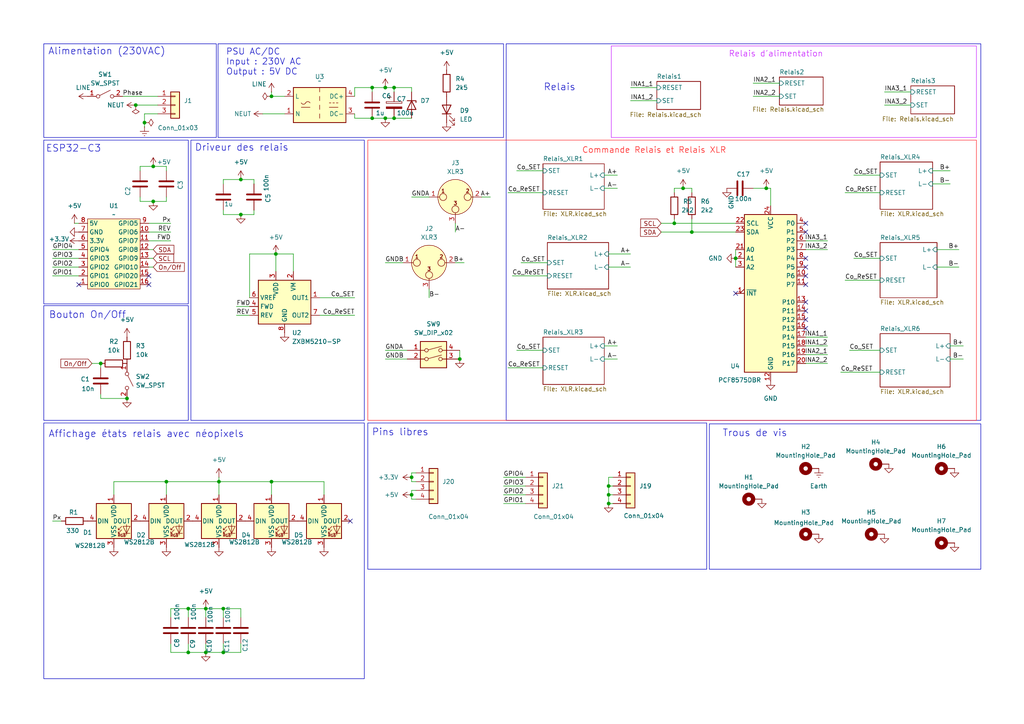
<source format=kicad_sch>
(kicad_sch (version 20250114) (generator "eeschema") (generator_version "9.0")
  (paper "A4")
  (rectangle (start 205.74 122.936) (end 284.48 165.1))
  (rectangle (start 12.7 40.64) (end 54.61 88.138))
  (rectangle (start 146.812 12.7) (end 284.48 121.92))
  (rectangle (start 63.246 12.7) (end 146.05 39.878))
  (rectangle (start 12.7 122.682) (end 105.664 196.85))
  (rectangle (start 106.68 122.682) (end 204.978 165.1))
  (rectangle (start 106.68 40.64) (end 283.21 121.92) (stroke (width 0) (color 255 35 39 1)))
  (rectangle (start 12.7 12.7) (end 62.738 39.878))
  (rectangle (start 55.372 40.64) (end 105.664 121.92))
  (rectangle (start 12.7 88.646) (end 54.61 121.92))
  (rectangle (start 177.292 13.335) (end 283.21 39.878) (stroke (width 0) (color 200 33 255 1)))
  (text "Affichage états relais avec néopixels\n" (at 42.418 125.984 0) (effects (font (size 2 2))))
  (text "PSU AC/DC \nInput : 230V AC\nOutput : 5V DC" (at 65.532 18.034 0) (effects (font (size 1.8 1.8)) (justify left)))
  (text "Alimentation (230VAC)\n" (at 30.988 14.986 0) (effects (font (size 2 2))))
  (text "Driveur des relais" (at 70.104 42.926 0) (effects (font (size 2 2))))
  (text "Relais\n" (at 162.306 25.4 0) (effects (font (size 2 2))))
  (text "Bouton On/Off" (at 25.4 91.44 0) (effects (font (size 2 2))))
  (text "Trous de vis" (at 218.948 125.73 0) (effects (font (size 2 2))))
  (text "ESP32-C3" (at 21.336 43.18 0) (effects (font (size 2 2))))
  (text "Commande Relais et Relais XLR" (at 189.738 43.688 0) (effects (font (size 1.7 1.7))))
  (text "Pins libres\n" (at 116.078 125.476 0) (effects (font (size 2 2))))
  (text "Relais d'alimentation" (at 225.044 15.748 0) (effects (font (size 1.7 1.7))))
  (junction (at 64.77 189.23))
  (junction (at 54.61 176.53))
  (junction (at 198.12 54.61))
  (junction (at 78.74 139.7))
  (junction (at 119.38 143.51))
  (junction (at 114.3 34.29))
  (junction (at 133.35 104.14))
  (junction (at 213.36 74.93))
  (junction (at 78.74 27.94))
  (junction (at 64.77 176.53))
  (junction (at 48.26 139.7))
  (junction (at 176.53 143.51))
  (junction (at 69.85 52.07))
  (junction (at 39.37 30.48))
  (junction (at 114.3 25.4))
  (junction (at 119.38 138.43))
  (junction (at 107.95 25.4))
  (junction (at 200.66 67.31))
  (junction (at 80.01 73.66))
  (junction (at 176.53 146.05))
  (junction (at 59.69 176.53))
  (junction (at 111.76 25.4))
  (junction (at 59.69 189.23))
  (junction (at 41.91 35.56))
  (junction (at 195.58 64.77))
  (junction (at 54.61 189.23))
  (junction (at 36.83 115.57))
  (junction (at 222.25 54.61))
  (junction (at 29.21 105.41))
  (junction (at 111.76 34.29))
  (junction (at 107.95 34.29))
  (junction (at 63.5 139.7))
  (junction (at 44.45 58.42))
  (junction (at 176.53 140.97))
  (junction (at 44.45 48.26))
  (junction (at 69.85 62.23))
  (no_connect (at 233.68 77.47))
  (no_connect (at 233.68 82.55))
  (no_connect (at 43.18 80.01))
  (no_connect (at 233.68 80.01))
  (no_connect (at 43.18 82.55))
  (no_connect (at 233.68 64.77))
  (no_connect (at 233.68 90.17))
  (no_connect (at 233.68 74.93))
  (no_connect (at 22.86 82.55))
  (no_connect (at 233.68 95.25))
  (no_connect (at 101.6 151.13))
  (no_connect (at 233.68 92.71))
  (no_connect (at 213.36 85.09))
  (no_connect (at 233.68 67.31))
  (no_connect (at 233.68 87.63))
  (wire (pts (xy 182.88 25.4) (xy 190.5 25.4)))
  (wire (pts (xy 218.44 27.94) (xy 226.06 27.94)))
  (wire (pts (xy 278.13 72.39) (xy 271.78 72.39)))
  (wire (pts (xy 119.38 142.24) (xy 120.65 142.24)))
  (wire (pts (xy 275.59 104.14) (xy 279.4 104.14)))
  (wire (pts (xy 102.87 25.4) (xy 107.95 25.4)))
  (wire (pts (xy 41.91 33.02) (xy 41.91 35.56)))
  (wire (pts (xy 256.54 26.67) (xy 264.16 26.67)))
  (wire (pts (xy 54.61 186.69) (xy 54.61 189.23)))
  (wire (pts (xy 245.11 81.28) (xy 255.27 81.28)))
  (wire (pts (xy 29.21 115.57) (xy 36.83 115.57)))
  (wire (pts (xy 59.69 176.53) (xy 59.69 179.07)))
  (wire (pts (xy 80.01 73.66) (xy 80.01 78.74)))
  (wire (pts (xy 146.05 140.97) (xy 152.4 140.97)))
  (wire (pts (xy 40.64 49.53) (xy 40.64 48.26)))
  (wire (pts (xy 48.26 143.51) (xy 48.26 139.7)))
  (wire (pts (xy 64.77 52.07) (xy 64.77 53.34)))
  (wire (pts (xy 191.77 64.77) (xy 195.58 64.77)))
  (wire (pts (xy 63.5 139.7) (xy 63.5 143.51)))
  (wire (pts (xy 64.77 186.69) (xy 64.77 189.23)))
  (wire (pts (xy 54.61 176.53) (xy 59.69 176.53)))
  (wire (pts (xy 149.86 101.6) (xy 157.48 101.6)))
  (wire (pts (xy 15.24 72.39) (xy 22.86 72.39)))
  (wire (pts (xy 39.37 30.48) (xy 45.72 30.48)))
  (wire (pts (xy 119.38 143.51) (xy 119.38 144.78)))
  (wire (pts (xy 147.32 55.88) (xy 157.48 55.88)))
  (wire (pts (xy 44.45 77.47) (xy 43.18 77.47)))
  (wire (pts (xy 78.74 139.7) (xy 78.74 143.51)))
  (wire (pts (xy 40.64 58.42) (xy 40.64 57.15)))
  (wire (pts (xy 69.85 62.23) (xy 73.66 62.23)))
  (wire (pts (xy 73.66 62.23) (xy 73.66 60.96)))
  (wire (pts (xy 72.39 86.36) (xy 72.39 73.66)))
  (wire (pts (xy 245.11 55.88) (xy 255.27 55.88)))
  (wire (pts (xy 107.95 25.4) (xy 111.76 25.4)))
  (wire (pts (xy 195.58 54.61) (xy 195.58 55.88)))
  (wire (pts (xy 92.71 86.36) (xy 102.87 86.36)))
  (wire (pts (xy 93.98 139.7) (xy 78.74 139.7)))
  (wire (pts (xy 15.24 74.93) (xy 22.86 74.93)))
  (wire (pts (xy 63.5 139.7) (xy 78.74 139.7)))
  (wire (pts (xy 182.88 77.47) (xy 176.53 77.47)))
  (wire (pts (xy 102.87 34.29) (xy 107.95 34.29)))
  (wire (pts (xy 119.38 142.24) (xy 119.38 143.51)))
  (wire (pts (xy 48.26 139.7) (xy 63.5 139.7)))
  (wire (pts (xy 179.07 104.14) (xy 175.26 104.14)))
  (wire (pts (xy 182.88 29.21) (xy 190.5 29.21)))
  (wire (pts (xy 176.53 140.97) (xy 176.53 143.51)))
  (wire (pts (xy 49.53 176.53) (xy 49.53 179.07)))
  (wire (pts (xy 102.87 33.02) (xy 102.87 34.29)))
  (wire (pts (xy 85.09 78.74) (xy 85.09 73.66)))
  (wire (pts (xy 15.24 151.13) (xy 17.78 151.13)))
  (wire (pts (xy 59.69 186.69) (xy 59.69 189.23)))
  (wire (pts (xy 147.32 106.68) (xy 157.48 106.68)))
  (wire (pts (xy 43.18 64.77) (xy 49.53 64.77)))
  (wire (pts (xy 222.25 54.61) (xy 218.44 54.61)))
  (wire (pts (xy 218.44 24.13) (xy 226.06 24.13)))
  (wire (pts (xy 195.58 63.5) (xy 195.58 64.77)))
  (wire (pts (xy 200.66 67.31) (xy 213.36 67.31)))
  (wire (pts (xy 119.38 138.43) (xy 119.38 139.7)))
  (wire (pts (xy 243.84 107.95) (xy 255.27 107.95)))
  (wire (pts (xy 134.62 76.2) (xy 132.08 76.2)))
  (wire (pts (xy 64.77 60.96) (xy 64.77 62.23)))
  (wire (pts (xy 40.64 48.26) (xy 44.45 48.26)))
  (wire (pts (xy 275.59 49.53) (xy 270.51 49.53)))
  (wire (pts (xy 59.69 176.53) (xy 64.77 176.53)))
  (wire (pts (xy 69.85 176.53) (xy 64.77 176.53)))
  (wire (pts (xy 247.65 50.8) (xy 255.27 50.8)))
  (wire (pts (xy 107.95 25.4) (xy 107.95 26.67)))
  (wire (pts (xy 73.66 52.07) (xy 73.66 53.34)))
  (wire (pts (xy 247.65 74.93) (xy 255.27 74.93)))
  (wire (pts (xy 111.76 76.2) (xy 116.84 76.2)))
  (wire (pts (xy 102.87 25.4) (xy 102.87 27.94)))
  (wire (pts (xy 240.03 72.39) (xy 233.68 72.39)))
  (wire (pts (xy 213.36 72.39) (xy 213.36 74.93)))
  (wire (pts (xy 200.66 63.5) (xy 200.66 67.31)))
  (wire (pts (xy 275.59 100.33) (xy 279.4 100.33)))
  (wire (pts (xy 240.03 102.87) (xy 233.68 102.87)))
  (wire (pts (xy 240.03 105.41) (xy 233.68 105.41)))
  (wire (pts (xy 146.05 146.05) (xy 152.4 146.05)))
  (wire (pts (xy 119.38 139.7) (xy 120.65 139.7)))
  (wire (pts (xy 43.18 69.85) (xy 49.53 69.85)))
  (wire (pts (xy 40.64 58.42) (xy 44.45 58.42)))
  (wire (pts (xy 119.38 137.16) (xy 119.38 138.43)))
  (wire (pts (xy 176.53 140.97) (xy 177.8 140.97)))
  (wire (pts (xy 233.68 100.33) (xy 240.03 100.33)))
  (wire (pts (xy 111.76 104.14) (xy 118.11 104.14)))
  (wire (pts (xy 119.38 57.15) (xy 124.46 57.15)))
  (wire (pts (xy 41.91 35.56) (xy 41.91 36.83)))
  (wire (pts (xy 240.03 69.85) (xy 233.68 69.85)))
  (wire (pts (xy 142.24 57.15) (xy 139.7 57.15)))
  (wire (pts (xy 256.54 30.48) (xy 264.16 30.48)))
  (wire (pts (xy 64.77 189.23) (xy 69.85 189.23)))
  (wire (pts (xy 111.76 25.4) (xy 114.3 25.4)))
  (wire (pts (xy 68.58 88.9) (xy 72.39 88.9)))
  (wire (pts (xy 35.56 27.94) (xy 45.72 27.94)))
  (wire (pts (xy 175.26 50.8) (xy 179.07 50.8)))
  (wire (pts (xy 176.53 138.43) (xy 176.53 140.97)))
  (wire (pts (xy 198.12 54.61) (xy 200.66 54.61)))
  (wire (pts (xy 59.69 189.23) (xy 64.77 189.23)))
  (wire (pts (xy 33.02 139.7) (xy 48.26 139.7)))
  (wire (pts (xy 179.07 100.33) (xy 175.26 100.33)))
  (wire (pts (xy 45.72 33.02) (xy 41.91 33.02)))
  (wire (pts (xy 69.85 186.69) (xy 69.85 189.23)))
  (wire (pts (xy 278.13 77.47) (xy 271.78 77.47)))
  (wire (pts (xy 182.88 73.66) (xy 176.53 73.66)))
  (wire (pts (xy 114.3 25.4) (xy 119.38 25.4)))
  (wire (pts (xy 223.52 54.61) (xy 222.25 54.61)))
  (wire (pts (xy 54.61 189.23) (xy 59.69 189.23)))
  (wire (pts (xy 132.08 67.31) (xy 132.08 64.77)))
  (wire (pts (xy 114.3 25.4) (xy 114.3 26.67)))
  (wire (pts (xy 151.13 76.2) (xy 158.75 76.2)))
  (wire (pts (xy 111.76 34.29) (xy 114.3 34.29)))
  (wire (pts (xy 15.24 80.01) (xy 22.86 80.01)))
  (wire (pts (xy 107.95 34.29) (xy 111.76 34.29)))
  (wire (pts (xy 48.26 49.53) (xy 48.26 48.26)))
  (wire (pts (xy 48.26 48.26) (xy 44.45 48.26)))
  (wire (pts (xy 29.21 114.3) (xy 29.21 115.57)))
  (wire (pts (xy 72.39 73.66) (xy 80.01 73.66)))
  (wire (pts (xy 85.09 73.66) (xy 80.01 73.66)))
  (wire (pts (xy 176.53 138.43) (xy 177.8 138.43)))
  (wire (pts (xy 63.5 138.43) (xy 63.5 139.7)))
  (wire (pts (xy 29.21 105.41) (xy 29.21 106.68)))
  (wire (pts (xy 195.58 54.61) (xy 198.12 54.61)))
  (wire (pts (xy 44.45 72.39) (xy 43.18 72.39)))
  (wire (pts (xy 119.38 137.16) (xy 120.65 137.16)))
  (wire (pts (xy 111.76 101.6) (xy 118.11 101.6)))
  (wire (pts (xy 92.71 91.44) (xy 102.87 91.44)))
  (wire (pts (xy 146.05 143.51) (xy 152.4 143.51)))
  (wire (pts (xy 148.59 80.01) (xy 158.75 80.01)))
  (wire (pts (xy 21.59 64.77) (xy 22.86 64.77)))
  (wire (pts (xy 26.67 105.41) (xy 29.21 105.41)))
  (wire (pts (xy 146.05 138.43) (xy 152.4 138.43)))
  (wire (pts (xy 49.53 189.23) (xy 54.61 189.23)))
  (wire (pts (xy 82.55 27.94) (xy 78.74 27.94)))
  (wire (pts (xy 64.77 52.07) (xy 69.85 52.07)))
  (wire (pts (xy 44.45 58.42) (xy 48.26 58.42)))
  (wire (pts (xy 93.98 143.51) (xy 93.98 139.7)))
  (wire (pts (xy 69.85 179.07) (xy 69.85 176.53)))
  (wire (pts (xy 43.18 67.31) (xy 49.53 67.31)))
  (wire (pts (xy 176.53 143.51) (xy 177.8 143.51)))
  (wire (pts (xy 68.58 91.44) (xy 72.39 91.44)))
  (wire (pts (xy 275.59 53.34) (xy 270.51 53.34)))
  (wire (pts (xy 195.58 64.77) (xy 213.36 64.77)))
  (wire (pts (xy 191.77 67.31) (xy 200.66 67.31)))
  (wire (pts (xy 176.53 146.05) (xy 177.8 146.05)))
  (wire (pts (xy 200.66 54.61) (xy 200.66 55.88)))
  (wire (pts (xy 48.26 58.42) (xy 48.26 57.15)))
  (wire (pts (xy 78.74 27.94) (xy 78.74 26.67)))
  (wire (pts (xy 176.53 143.51) (xy 176.53 146.05)))
  (wire (pts (xy 149.86 49.53) (xy 157.48 49.53)))
  (wire (pts (xy 223.52 59.69) (xy 223.52 54.61)))
  (wire (pts (xy 213.36 74.93) (xy 213.36 77.47)))
  (wire (pts (xy 114.3 34.29) (xy 119.38 34.29)))
  (wire (pts (xy 54.61 176.53) (xy 54.61 179.07)))
  (wire (pts (xy 15.24 77.47) (xy 22.86 77.47)))
  (wire (pts (xy 124.46 86.36) (xy 124.46 83.82)))
  (wire (pts (xy 133.35 101.6) (xy 133.35 104.14)))
  (wire (pts (xy 33.02 139.7) (xy 33.02 143.51)))
  (wire (pts (xy 64.77 176.53) (xy 64.77 179.07)))
  (wire (pts (xy 76.2 33.02) (xy 82.55 33.02)))
  (wire (pts (xy 44.45 74.93) (xy 43.18 74.93)))
  (wire (pts (xy 49.53 176.53) (xy 54.61 176.53)))
  (wire (pts (xy 69.85 52.07) (xy 73.66 52.07)))
  (wire (pts (xy 246.38 101.6) (xy 255.27 101.6)))
  (wire (pts (xy 233.68 97.79) (xy 240.03 97.79)))
  (wire (pts (xy 49.53 186.69) (xy 49.53 189.23)))
  (wire (pts (xy 64.77 62.23) (xy 69.85 62.23)))
  (wire (pts (xy 119.38 144.78) (xy 120.65 144.78)))
  (wire (pts (xy 119.38 25.4) (xy 119.38 26.67)))
  (wire (pts (xy 179.07 54.61) (xy 175.26 54.61)))
  (label "Co_SET" (at 247.65 74.93 0))
  (label "Co_SET" (at 247.65 50.8 0))
  (label "A-" (at 182.88 77.47 180))
  (label "FWD" (at 68.58 88.9 0))
  (label "INA2_2" (at 218.44 27.94 0))
  (label "GPIO4" (at 146.05 138.43 0))
  (label "B+" (at 275.59 49.53 180))
  (label "B+" (at 134.62 76.2 180))
  (label "A+" (at 142.24 57.15 180))
  (label "Co_SET" (at 151.13 76.2 0))
  (label "GPIO2" (at 15.24 77.47 0))
  (label "FWD" (at 49.53 69.85 180))
  (label "GNDA" (at 119.38 57.15 0))
  (label "B+" (at 279.4 100.33 180))
  (label "Co_ReSET" (at 148.59 80.01 0))
  (label "GNDB" (at 111.76 104.14 0))
  (label "GPIO1" (at 146.05 146.05 0))
  (label "Co_ReSET" (at 245.11 55.88 0))
  (label "B-" (at 278.13 77.47 180))
  (label "Px" (at 15.24 151.13 0))
  (label "Co_ReSET" (at 102.87 91.44 180))
  (label "A-" (at 179.07 104.14 180))
  (label "GPIO3" (at 146.05 140.97 0))
  (label "Co_ReSET" (at 147.32 55.88 0))
  (label "INA2_1" (at 240.03 102.87 180))
  (label "B-" (at 279.4 104.14 180))
  (label "Co_SET" (at 149.86 101.6 0))
  (label "INA2_2" (at 240.03 105.41 180))
  (label "GPIO3" (at 15.24 74.93 0))
  (label "Co_ReSET" (at 243.84 107.95 0))
  (label "GNDB" (at 111.76 76.2 0))
  (label "INA1_2" (at 240.03 100.33 180))
  (label "INA3_1" (at 240.03 69.85 180))
  (label "A+" (at 182.88 73.66 180))
  (label "Co_ReSET" (at 245.11 81.28 0))
  (label "B-" (at 275.59 53.34 180))
  (label "A+" (at 179.07 50.8 180))
  (label "B-" (at 124.46 86.36 0))
  (label "INA3_1" (at 256.54 26.67 0))
  (label "INA1_1" (at 240.03 97.79 180))
  (label "INA3_2" (at 256.54 30.48 0))
  (label "GPIO4" (at 15.24 72.39 0))
  (label "REV" (at 68.58 91.44 0))
  (label "A-" (at 179.07 54.61 180))
  (label "INA2_1" (at 218.44 24.13 0))
  (label "B+" (at 278.13 72.39 180))
  (label "INA1_1" (at 182.88 25.4 0))
  (label "Phase" (at 35.56 27.94 0))
  (label "INA3_2" (at 240.03 72.39 180))
  (label "GPIO1" (at 15.24 80.01 0))
  (label "A-" (at 132.08 67.31 0))
  (label "GNDA" (at 111.76 101.6 0))
  (label "A+" (at 179.07 100.33 180))
  (label "Co_SET" (at 246.38 101.6 0))
  (label "Co_ReSET" (at 147.32 106.68 0))
  (label "INA1_2" (at 182.88 29.21 0))
  (label "REV" (at 49.53 67.31 180))
  (label "Co_SET" (at 149.86 49.53 0))
  (label "Px" (at 49.53 64.77 180))
  (label "Co_SET" (at 102.87 86.36 180))
  (label "GPIO2" (at 146.05 143.51 0))
  (global_label "SDA" (shape input) (at 44.45 72.39 0) (property "Intersheetrefs" "${INTERSHEET_REFS}" (effects (hide yes))))
  (global_label "SDA" (shape input) (at 191.77 67.31 180) (property "Intersheetrefs" "${INTERSHEET_REFS}" (effects (hide yes))))
  (global_label "On{slash}Off" (shape input) (at 26.67 105.41 180) (property "Intersheetrefs" "${INTERSHEET_REFS}" (effects (hide yes))))
  (global_label "SCL" (shape input) (at 191.77 64.77 180) (property "Intersheetrefs" "${INTERSHEET_REFS}" (effects (hide yes))))
  (global_label "On{slash}Off" (shape input) (at 44.45 77.47 0) (property "Intersheetrefs" "${INTERSHEET_REFS}" (effects (hide yes))))
  (global_label "SCL" (shape input) (at 44.45 74.93 0) (property "Intersheetrefs" "${INTERSHEET_REFS}" (effects (hide yes))))
  (symbol (lib_id "Device:R") (at 36.83 101.6 0) (unit 1)
    (property "Reference" "R3" (at 39.37 100.3299 0) (effects (justify left)))
    (property "Value" "10k" (at 39.37 102.8699 0) (effects (justify left)))
    (property "Footprint" "Resistor_SMD:R_0603_1608Metric_Pad0.98x0.95mm_HandSolder" (effects (hide yes)))
    (property "Description" "Resistor" (effects (hide yes)))
  )
  (symbol (lib_id "Device:C") (at 29.21 110.49 0) (unit 1)
    (property "Reference" "C1" (at 23.368 109.982 0) (effects (justify left)))
    (property "Value" "10n" (at 23.622 112.776 0) (effects (justify left)))
    (property "Footprint" "Capacitor_SMD:C_0603_1608Metric_Pad1.08x0.95mm_HandSolder" (effects (hide yes)))
    (property "Description" "Unpolarized capacitor" (effects (hide yes)))
  )
  (symbol (lib_id "Device:R") (at 21.59 151.13 90) (unit 1)
    (property "Reference" "R1" (at 21.336 148.59 90))
    (property "Value" "330" (at 21.082 153.924 90))
    (property "Footprint" "Resistor_SMD:R_0603_1608Metric_Pad0.98x0.95mm_HandSolder" (effects (hide yes)))
    (property "Description" "Resistor" (effects (hide yes)))
  )
  (symbol (lib_id "Mechanical:MountingHole_Pad") (at 234.95 135.89 90) (unit 1) (in_bom no)
    (property "Reference" "H2" (at 233.68 129.54 90))
    (property "Value" "MountingHole_Pad" (at 233.68 132.08 90))
    (property "Footprint" "MountingHole:MountingHole_3.2mm_M3_DIN965_Pad_TopBottom" (effects (hide yes)))
    (property "Description" "Mounting Hole with connection" (effects (hide yes)))
  )
  (symbol (lib_id "Connector_Audio:XLR3") (at 124.46 76.2 0) (unit 1)
    (property "Reference" "J2" (at 124.46 66.294 0))
    (property "Value" "XLR3" (at 124.46 68.834 0))
    (property "Footprint" "Connector_Audio:Jack_XLR_Neutrik_NC3FAAV_Vertical" (effects (hide yes)))
    (property "Description" "XLR Connector, Male or Female, 3 Pins" (effects (hide yes)))
  )
  (symbol (lib_id "power:+5V") (at 21.59 64.77 0) (unit 1)
    (property "Reference" "#PWR01" (effects (hide yes)))
    (property "Value" "+5V" (at 21.59 59.69 0))
    (property "Description" "Power symbol creates a global label with name \"+5V\"" (effects (hide yes)))
  )
  (symbol (lib_id "power:GND") (at 223.52 110.49 0) (unit 1)
    (property "Reference" "#PWR039" (effects (hide yes)))
    (property "Value" "GND" (at 223.52 115.57 0))
    (property "Description" "Power symbol creates a global label with name \"GND\" , ground" (effects (hide yes)))
  )
  (symbol (lib_id "power:+5V") (at 129.54 20.32 0) (unit 1)
    (property "Reference" "#PWR026" (effects (hide yes)))
    (property "Value" "+5V" (at 129.54 15.24 0))
    (property "Description" "Power symbol creates a global label with name \"+5V\"" (effects (hide yes)))
  )
  (symbol (lib_id "power:GND") (at 129.54 35.56 0) (unit 1)
    (property "Reference" "#PWR027" (effects (hide yes)))
    (property "Value" "GND" (effects (hide yes)))
    (property "Description" "Power symbol creates a global label with name \"GND\" , ground" (effects (hide yes)))
  )
  (symbol (lib_id "Connector_Generic:Conn_01x03") (at 50.8 30.48 0) (unit 1)
    (property "Reference" "J1" (at 53.34 29.2099 0) (effects (justify left)))
    (property "Value" "Conn_01x03" (at 45.72 37.084 0) (effects (justify left)))
    (property "Footprint" "Conn_secteur:Conn_Secteur" (effects (hide yes)))
    (property "Description" "Generic connector, single row, 01x03, script generated (kicad-library-utils/schlib/autogen/connector/)" (effects (hide yes)))
  )
  (symbol (lib_id "Connector_Audio:XLR3") (at 132.08 57.15 0) (unit 1)
    (property "Reference" "J3" (at 132.08 47.244 0))
    (property "Value" "XLR3" (at 132.08 49.784 0))
    (property "Footprint" "Connector_Audio:Jack_XLR_Neutrik_NC3FAAV_Vertical" (effects (hide yes)))
    (property "Description" "XLR Connector, Male or Female, 3 Pins" (effects (hide yes)))
  )
  (symbol (lib_id "Connector_Generic:Conn_01x04") (at 157.48 140.97 0) (unit 1)
    (property "Reference" "J21" (at 160.02 140.9699 0) (effects (justify left)))
    (property "Value" "Conn_01x04" (at 154.686 149.86 0) (effects (justify left)))
    (property "Footprint" "Connector_PinHeader_2.54mm:PinHeader_1x04_P2.54mm_Vertical" (effects (hide yes)))
    (property "Description" "Generic connector, single row, 01x04, script generated (kicad-library-utils/schlib/autogen/connector/)" (effects (hide yes)))
  )
  (symbol (lib_id "Device:C") (at 59.69 182.88 0) (unit 1)
    (property "Reference" "C10" (at 60.706 185.42 90) (effects (justify right)))
    (property "Value" "100n" (at 60.96 175.768 90) (effects (justify right)))
    (property "Footprint" "Capacitor_SMD:C_0603_1608Metric_Pad1.08x0.95mm_HandSolder" (effects (hide yes)))
    (property "Description" "Unpolarized capacitor" (effects (hide yes)))
  )
  (symbol (lib_id "Mechanical:MountingHole_Pad") (at 254 154.94 90) (unit 1) (in_bom no)
    (property "Reference" "H5" (at 252.73 148.59 90))
    (property "Value" "MountingHole_Pad" (at 252.73 151.13 90))
    (property "Footprint" "MountingHole:MountingHole_3.2mm_M3_DIN965_Pad_TopBottom" (effects (hide yes)))
    (property "Description" "Mounting Hole with connection" (effects (hide yes)))
  )
  (symbol (lib_id "LED:WS2812B") (at 78.74 151.13 0) (unit 1)
    (property "Reference" "D4" (at 71.374 155.194 0))
    (property "Value" "WS2812B" (at 70.866 157.226 0))
    (property "Footprint" "LED_SMD:LED_WS2812B_PLCC4_5.0x5.0mm_P3.2mm" (effects (hide yes)))
    (property "Datasheet" "https://cdn-shop.adafruit.com/datasheets/WS2812B.pdf" (effects (hide yes)))
    (property "Description" "RGB LED with integrated controller" (effects (hide yes)))
  )
  (symbol (lib_id "power:GND") (at 63.5 158.75 0) (unit 1)
    (property "Reference" "#PWR012" (effects (hide yes)))
    (property "Value" "GND" (effects (hide yes)))
    (property "Description" "Power symbol creates a global label with name \"GND\" , ground" (effects (hide yes)))
  )
  (symbol (lib_id "Mechanical:MountingHole_Pad") (at 234.95 154.94 90) (unit 1) (in_bom no)
    (property "Reference" "H3" (at 233.68 148.59 90))
    (property "Value" "MountingHole_Pad" (at 233.172 151.638 90))
    (property "Footprint" "MountingHole:MountingHole_2.2mm_M2_DIN965_Pad_TopBottom" (effects (hide yes)))
    (property "Description" "Mounting Hole with connection" (effects (hide yes)))
  )
  (symbol (lib_id "Device:R") (at 195.58 59.69 0) (unit 1)
    (property "Reference" "R5" (at 198.12 58.4199 0) (effects (justify left)))
    (property "Value" "2k2" (at 197.612 60.96 0) (effects (justify left)))
    (property "Footprint" "Resistor_SMD:R_0603_1608Metric_Pad0.98x0.95mm_HandSolder" (effects (hide yes)))
    (property "Description" "Resistor" (effects (hide yes)))
  )
  (symbol (lib_id "power:GND") (at 176.53 146.05 0) (unit 1)
    (property "Reference" "#PWR063" (effects (hide yes)))
    (property "Value" "GND" (effects (hide yes)))
    (property "Description" "Power symbol creates a global label with name \"GND\" , ground" (effects (hide yes)))
  )
  (symbol (lib_id "power:PWR_FLAG") (at 41.91 35.56 270) (unit 1)
    (property "Reference" "#FLG02" (effects (hide yes)))
    (property "Value" "PWR_FLAG" (effects (hide yes)))
    (property "Description" "Special symbol for telling ERC where power comes from" (effects (hide yes)))
  )
  (symbol (lib_id "power:GND") (at 59.69 189.23 0) (unit 1)
    (property "Reference" "#PWR030" (effects (hide yes)))
    (property "Value" "GND" (effects (hide yes)))
    (property "Description" "Power symbol creates a global label with name \"GND\" , ground" (effects (hide yes)))
  )
  (symbol (lib_id "Device:C") (at 49.53 182.88 0) (unit 1)
    (property "Reference" "C8" (at 51.308 185.166 90) (effects (justify right)))
    (property "Value" "100n" (at 51.308 175.006 90) (effects (justify right)))
    (property "Footprint" "Capacitor_SMD:C_0603_1608Metric_Pad1.08x0.95mm_HandSolder" (effects (hide yes)))
    (property "Description" "Unpolarized capacitor" (effects (hide yes)))
  )
  (symbol (lib_id "LED:WS2812B") (at 63.5 151.13 0) (unit 1)
    (property "Reference" "D3" (effects (hide yes)))
    (property "Value" "WS2812B" (at 57.912 157.988 0))
    (property "Footprint" "LED_SMD:LED_WS2812B_PLCC4_5.0x5.0mm_P3.2mm" (effects (hide yes)))
    (property "Datasheet" "https://cdn-shop.adafruit.com/datasheets/WS2812B.pdf" (effects (hide yes)))
    (property "Description" "RGB LED with integrated controller" (effects (hide yes)))
  )
  (symbol (lib_id "Device:C") (at 54.61 182.88 0) (unit 1)
    (property "Reference" "C9" (at 55.88 185.42 90) (effects (justify right)))
    (property "Value" "100n" (at 56.134 175.006 90) (effects (justify right)))
    (property "Footprint" "Capacitor_SMD:C_0603_1608Metric_Pad1.08x0.95mm_HandSolder" (effects (hide yes)))
    (property "Description" "Unpolarized capacitor" (effects (hide yes)))
  )
  (symbol (lib_id "power:GND") (at 276.86 135.89 0) (unit 1)
    (property "Reference" "#PWR042" (effects (hide yes)))
    (property "Value" "GND" (effects (hide yes)))
    (property "Description" "Power symbol creates a global label with name \"GND\" , ground" (effects (hide yes)))
  )
  (symbol (lib_id "power:LINE") (at 78.74 26.67 0) (unit 1)
    (property "Reference" "#PWR016" (effects (hide yes)))
    (property "Value" "LINE" (at 75.184 24.384 0))
    (property "Description" "Power symbol creates a global label with name \"LINE\"" (effects (hide yes)))
  )
  (symbol (lib_id "power:GND") (at 44.45 58.42 0) (unit 1)
    (property "Reference" "#PWR010" (effects (hide yes)))
    (property "Value" "GND" (effects (hide yes)))
    (property "Description" "Power symbol creates a global label with name \"GND\" , ground" (effects (hide yes)))
  )
  (symbol (lib_id "Device:C") (at 48.26 53.34 0) (unit 1)
    (property "Reference" "C3" (at 52.324 52.324 90) (effects (justify right)))
    (property "Value" "100n" (effects (hide yes)))
    (property "Footprint" "Capacitor_SMD:C_0603_1608Metric_Pad1.08x0.95mm_HandSolder" (effects (hide yes)))
    (property "Description" "Unpolarized capacitor" (effects (hide yes)))
  )
  (symbol (lib_id "Connector_Generic:Conn_01x04") (at 125.73 139.7 0) (unit 1)
    (property "Reference" "J20" (at 128.27 139.6999 0) (effects (justify left)))
    (property "Value" "Conn_01x04" (at 124.206 149.86 0) (effects (justify left)))
    (property "Footprint" "Connector_PinHeader_2.54mm:PinHeader_1x04_P2.54mm_Vertical" (effects (hide yes)))
    (property "Description" "Generic connector, single row, 01x04, script generated (kicad-library-utils/schlib/autogen/connector/)" (effects (hide yes)))
  )
  (symbol (lib_id "Interface_Expansion:PCF8575DBR") (at 223.52 85.09 0) (unit 1)
    (property "Reference" "U4" (at 211.836 106.172 0) (effects (justify left)))
    (property "Value" "PCF8575DBR" (at 208.28 110.236 0) (effects (justify left)))
    (property "Footprint" "Package_SO:SSOP-24_5.3x8.2mm_P0.65mm" (effects (hide yes)))
    (property "Datasheet" "https://www.ti.com/lit/ds/symlink/pcf8575.pdf" (effects (hide yes)))
    (property "Description" "16 Bits Port/Expander to I2C Bus, SSOP-24" (effects (hide yes)))
  )
  (symbol (lib_id "power:GND") (at 78.74 158.75 0) (unit 1)
    (property "Reference" "#PWR018" (effects (hide yes)))
    (property "Value" "GND" (effects (hide yes)))
    (property "Description" "Power symbol creates a global label with name \"GND\" , ground" (effects (hide yes)))
  )
  (symbol (lib_id "Connector_Generic:Conn_01x04") (at 182.88 140.97 0) (unit 1)
    (property "Reference" "J19" (at 185.42 140.9699 0) (effects (justify left)))
    (property "Value" "Conn_01x04" (at 180.848 149.606 0) (effects (justify left)))
    (property "Footprint" "Connector_PinHeader_2.54mm:PinHeader_1x04_P2.54mm_Vertical" (effects (hide yes)))
    (property "Description" "Generic connector, single row, 01x04, script generated (kicad-library-utils/schlib/autogen/connector/)" (effects (hide yes)))
  )
  (symbol (lib_id "Mechanical:MountingHole_Pad") (at 274.32 135.89 90) (unit 1) (in_bom no)
    (property "Reference" "H6" (at 273.05 129.54 90))
    (property "Value" "MountingHole_Pad" (at 273.05 132.08 90))
    (property "Footprint" "MountingHole:MountingHole_2.2mm_M2_DIN965_Pad_TopBottom" (effects (hide yes)))
    (property "Description" "Mounting Hole with connection" (effects (hide yes)))
  )
  (symbol (lib_id "power:+3.3V") (at 119.38 138.43 90) (unit 1)
    (property "Reference" "#PWR067" (effects (hide yes)))
    (property "Value" "+3.3V" (at 115.57 138.4299 90) (effects (justify left)))
    (property "Description" "Power symbol creates a global label with name \"+3.3V\"" (effects (hide yes)))
  )
  (symbol (lib_id "power:GND") (at 36.83 115.57 0) (unit 1)
    (property "Reference" "#PWR06" (effects (hide yes)))
    (property "Value" "GND" (effects (hide yes)))
    (property "Description" "Power symbol creates a global label with name \"GND\" , ground" (effects (hide yes)))
  )
  (symbol (lib_id "power:NEUT") (at 76.2 33.02 90) (unit 1)
    (property "Reference" "#PWR015" (effects (hide yes)))
    (property "Value" "NEUT" (at 72.898 33.02 90) (effects (justify left)))
    (property "Description" "Power symbol creates a global label with name \"NEUT\"" (effects (hide yes)))
  )
  (symbol (lib_id "LED:WS2812B") (at 33.02 151.13 0) (unit 1)
    (property "Reference" "D1" (at 25.4 154.432 0))
    (property "Value" "WS2812B" (at 26.162 158.242 0))
    (property "Footprint" "LED_SMD:LED_WS2812B_PLCC4_5.0x5.0mm_P3.2mm" (effects (hide yes)))
    (property "Datasheet" "https://cdn-shop.adafruit.com/datasheets/WS2812B.pdf" (effects (hide yes)))
    (property "Description" "RGB LED with integrated controller" (effects (hide yes)))
  )
  (symbol (lib_id "Device:C") (at 107.95 30.48 0) (unit 1)
    (property "Reference" "C6" (at 110.744 27.813 0) (effects (justify left)))
    (property "Value" "1u" (at 108.966 32.766 0) (effects (justify left)))
    (property "Footprint" "Capacitor_SMD:C_0603_1608Metric_Pad1.08x0.95mm_HandSolder" (effects (hide yes)))
    (property "Description" "Unpolarized capacitor" (effects (hide yes)))
    (property "MPN" "885012206076" (effects (hide yes)))
  )
  (symbol (lib_id "power:GND") (at 237.49 154.94 0) (unit 1)
    (property "Reference" "#PWR037" (effects (hide yes)))
    (property "Value" "GND" (effects (hide yes)))
    (property "Description" "Power symbol creates a global label with name \"GND\" , ground" (effects (hide yes)))
  )
  (symbol (lib_id "Switch:SW_SPST") (at 36.83 110.49 270) (unit 1)
    (property "Reference" "SW2" (at 39.37 109.2199 90) (effects (justify left)))
    (property "Value" "SW_SPST" (at 39.37 111.7599 90) (effects (justify left)))
    (property "Footprint" "Switch:Wurth_2pin_P5.0mm" (effects (hide yes)))
    (property "Description" "Single Pole Single Throw (SPST) switch" (effects (hide yes)))
  )
  (symbol (lib_id "Mechanical:MountingHole_Pad") (at 255.27 134.62 90) (unit 1) (in_bom no)
    (property "Reference" "H4" (at 254 128.27 90))
    (property "Value" "MountingHole_Pad" (at 254 130.81 90))
    (property "Footprint" "MountingHole:MountingHole_2.2mm_M2_DIN965_Pad_TopBottom" (effects (hide yes)))
    (property "Description" "Mounting Hole with connection" (effects (hide yes)))
  )
  (symbol (lib_id "power:PWR_FLAG") (at 39.37 30.48 180) (unit 1)
    (property "Reference" "#FLG01" (effects (hide yes)))
    (property "Value" "PWR_FLAG" (effects (hide yes)))
    (property "Description" "Special symbol for telling ERC where power comes from" (effects (hide yes)))
  )
  (symbol (lib_id "Device:C") (at 69.85 182.88 0) (unit 1)
    (property "Reference" "C12" (at 71.12 185.166 90) (effects (justify right)))
    (property "Value" "100n" (effects (hide yes)))
    (property "Footprint" "Capacitor_SMD:C_0603_1608Metric_Pad1.08x0.95mm_HandSolder" (effects (hide yes)))
    (property "Description" "Unpolarized capacitor" (effects (hide yes)))
  )
  (symbol (lib_id "Mechanical:MountingHole_Pad") (at 274.32 157.48 90) (unit 1) (in_bom no)
    (property "Reference" "H7" (at 273.05 151.13 90))
    (property "Value" "MountingHole_Pad" (at 273.05 153.67 90))
    (property "Footprint" "MountingHole:MountingHole_3.2mm_M3_DIN965_Pad_TopBottom" (effects (hide yes)))
    (property "Description" "Mounting Hole with connection" (effects (hide yes)))
  )
  (symbol (lib_id "Device:LED") (at 129.54 31.75 90) (unit 1)
    (property "Reference" "D9" (at 133.35 32.0674 90) (effects (justify right)))
    (property "Value" "LED" (at 133.35 34.6074 90) (effects (justify right)))
    (property "Footprint" "LED_SMD:LED_0603_1608Metric_Pad1.05x0.95mm_HandSolder" (effects (hide yes)))
    (property "Description" "Light emitting diode" (effects (hide yes)))
    (property "Sim.Pins" "1=K 2=A" (effects (hide yes)))
    (property "MPN" "150060GS55040" (effects (hide yes)))
  )
  (symbol (lib_id "LED:WS2812B") (at 93.98 151.13 0) (unit 1)
    (property "Reference" "D5" (at 86.614 155.194 0))
    (property "Value" "WS2812B" (at 86.106 157.226 0))
    (property "Footprint" "LED_SMD:LED_WS2812B_PLCC4_5.0x5.0mm_P3.2mm" (effects (hide yes)))
    (property "Datasheet" "https://cdn-shop.adafruit.com/datasheets/WS2812B.pdf" (effects (hide yes)))
    (property "Description" "RGB LED with integrated controller" (effects (hide yes)))
  )
  (symbol (lib_id "Mechanical:MountingHole_Pad") (at 218.44 144.78 90) (unit 1) (in_bom no)
    (property "Reference" "H1" (at 217.17 138.43 90))
    (property "Value" "MountingHole_Pad" (at 217.17 140.97 90))
    (property "Footprint" "MountingHole:MountingHole_3.2mm_M3_DIN965_Pad_TopBottom" (effects (hide yes)))
    (property "Description" "Mounting Hole with connection" (effects (hide yes)))
  )
  (symbol (lib_id "Device:C") (at 64.77 57.15 0) (unit 1)
    (property "Reference" "C4" (effects (hide yes)))
    (property "Value" "1u" (at 65.024 59.182 0) (effects (justify left)))
    (property "Footprint" "Capacitor_SMD:C_0603_1608Metric_Pad1.08x0.95mm_HandSolder" (effects (hide yes)))
    (property "Description" "Unpolarized capacitor" (effects (hide yes)))
    (property "MPN" "885012206076" (effects (hide yes)))
  )
  (symbol (lib_id "power:Earth") (at 41.91 36.83 0) (unit 1)
    (property "Reference" "#PWR08" (effects (hide yes)))
    (property "Value" "Earth" (effects (hide yes)))
    (property "Description" "Power symbol creates a global label with name \"Earth\"" (effects (hide yes)))
  )
  (symbol (lib_id "Device:C") (at 40.64 53.34 0) (unit 1)
    (property "Reference" "C2" (at 37.084 54.102 90) (effects (justify right)))
    (property "Value" "4u7" (effects (hide yes)))
    (property "Footprint" "Capacitor_SMD:C_0603_1608Metric_Pad1.08x0.95mm_HandSolder" (effects (hide yes)))
    (property "Description" "Unpolarized capacitor" (effects (hide yes)))
  )
  (symbol (lib_id "power:+3.3V") (at 22.86 69.85 90) (unit 1)
    (property "Reference" "#PWR071" (effects (hide yes)))
    (property "Value" "+3.3V" (at 20.066 69.342 90) (effects (justify left)))
    (property "Description" "Power symbol creates a global label with name \"+3.3V\"" (effects (hide yes)))
  )
  (symbol (lib_id "Device:C") (at 73.66 57.15 0) (unit 1)
    (property "Reference" "C5" (at 77.724 56.134 90) (effects (justify right)))
    (property "Value" "100n" (at 77.216 50.546 90) (effects (justify right)))
    (property "Footprint" "Capacitor_SMD:C_0603_1608Metric_Pad1.08x0.95mm_HandSolder" (effects (hide yes)))
    (property "Description" "Unpolarized capacitor" (effects (hide yes)))
  )
  (symbol (lib_id "Switch:SW_DIP_x02") (at 125.73 104.14 0) (unit 1)
    (property "Reference" "SW9" (at 125.73 93.98 0))
    (property "Value" "SW_DIP_x02" (at 125.73 96.52 0))
    (property "Footprint" "DIP_Switch:DIP_SW_1x02_P2.54mm" (effects (hide yes)))
    (property "Description" "2x DIP Switch, Single Pole Single Throw (SPST) switch, small symbol" (effects (hide yes)))
  )
  (symbol (lib_id "power:Earth") (at 237.49 135.89 0) (unit 1)
    (property "Reference" "#PWR040" (effects (hide yes)))
    (property "Value" "Earth" (at 237.49 140.97 0))
    (property "Description" "Power symbol creates a global label with name \"Earth\"" (effects (hide yes)))
  )
  (symbol (lib_id "power:NEUT") (at 39.37 30.48 90) (unit 1)
    (property "Reference" "#PWR07" (effects (hide yes)))
    (property "Value" "NEUT" (at 36.068 30.48 90) (effects (justify left)))
    (property "Description" "Power symbol creates a global label with name \"NEUT\"" (effects (hide yes)))
  )
  (symbol (lib_id "Device:R") (at 33.02 105.41 90) (unit 1)
    (property "Reference" "R2" (at 33.02 99.06 90))
    (property "Value" "10k" (at 33.02 101.6 90))
    (property "Footprint" "Resistor_SMD:R_0603_1608Metric_Pad0.98x0.95mm_HandSolder" (effects (hide yes)))
    (property "Description" "Resistor" (effects (hide yes)))
  )
  (symbol (lib_id "power:GND") (at 82.55 96.52 0) (unit 1)
    (property "Reference" "#PWR019" (effects (hide yes)))
    (property "Value" "GND" (effects (hide yes)))
    (property "Description" "Power symbol creates a global label with name \"GND\" , ground" (effects (hide yes)))
  )
  (symbol (lib_id "power:LINE") (at 25.4 27.94 90) (unit 1)
    (property "Reference" "#PWR03" (effects (hide yes)))
    (property "Value" "LINE" (at 24.13 25.4 90))
    (property "Description" "Power symbol creates a global label with name \"LINE\"" (effects (hide yes)))
  )
  (symbol (lib_id "Device:R") (at 200.66 59.69 0) (unit 1)
    (property "Reference" "R6" (at 203.2 58.4199 0) (effects (justify left)))
    (property "Value" "2k2" (at 203.2 60.9599 0) (effects (justify left)))
    (property "Footprint" "Resistor_SMD:R_0603_1608Metric_Pad0.98x0.95mm_HandSolder" (effects (hide yes)))
    (property "Description" "Resistor" (effects (hide yes)))
  )
  (symbol (lib_id "power:+5V") (at 69.85 52.07 0) (unit 1)
    (property "Reference" "#PWR013" (effects (hide yes)))
    (property "Value" "+5V" (at 69.85 46.99 0))
    (property "Description" "Power symbol creates a global label with name \"+5V\"" (effects (hide yes)))
  )
  (symbol (lib_id "Device:C") (at 64.77 182.88 0) (unit 1)
    (property "Reference" "C11" (at 65.786 185.42 90) (effects (justify right)))
    (property "Value" "100n" (at 66.04 175.768 90) (effects (justify right)))
    (property "Footprint" "Capacitor_SMD:C_0603_1608Metric_Pad1.08x0.95mm_HandSolder" (effects (hide yes)))
    (property "Description" "Unpolarized capacitor" (effects (hide yes)))
  )
  (symbol (lib_id "power:GND") (at 210.82 54.61 0) (unit 1)
    (property "Reference" "#PWR034" (effects (hide yes)))
    (property "Value" "GND" (at 212.09 58.674 90))
    (property "Description" "Power symbol creates a global label with name \"GND\" , ground" (effects (hide yes)))
  )
  (symbol (lib_id "power:GND") (at 48.26 158.75 0) (unit 1)
    (property "Reference" "#PWR011" (effects (hide yes)))
    (property "Value" "GND" (effects (hide yes)))
    (property "Description" "Power symbol creates a global label with name \"GND\" , ground" (effects (hide yes)))
  )
  (symbol (lib_id "power:GND") (at 33.02 158.75 0) (unit 1)
    (property "Reference" "#PWR04" (effects (hide yes)))
    (property "Value" "GND" (effects (hide yes)))
    (property "Description" "Power symbol creates a global label with name \"GND\" , ground" (effects (hide yes)))
  )
  (symbol (lib_id "Diode:PTVS7V5Z1USK") (at 119.38 30.48 270) (unit 1)
    (property "Reference" "D7" (at 121.92 29.2099 90) (effects (justify left)))
    (property "Value" "TVS" (effects (hide yes)))
    (property "Footprint" "Diode_SMD:Nexperia_DSN1608-2_1.6x0.8mm" (effects (hide yes)))
    (property "Datasheet" "https://assets.nexperia.com/documents/data-sheet/PTVS7V5Z1USK.pdf" (effects (hide yes)))
    (property "Description" "7.5V, 2200W TVS unidirectional diode, DSN1608-2" (effects (hide yes)))
    (property "MPN" "824521700" (effects (hide yes)))
  )
  (symbol (lib_id "power:+5V") (at 80.01 73.66 0) (unit 1)
    (property "Reference" "#PWR017" (effects (hide yes)))
    (property "Value" "+5V" (at 80.01 68.834 0))
    (property "Description" "Power symbol creates a global label with name \"+5V\"" (effects (hide yes)))
  )
  (symbol (lib_id "power:+5V") (at 198.12 54.61 0) (unit 1)
    (property "Reference" "#PWR033" (effects (hide yes)))
    (property "Value" "+5V" (at 198.12 49.53 0))
    (property "Description" "Power symbol creates a global label with name \"+5V\"" (effects (hide yes)))
  )
  (symbol (lib_id "power:+5V") (at 44.45 48.26 0) (unit 1)
    (property "Reference" "#PWR09" (effects (hide yes)))
    (property "Value" "+5V" (at 47.498 46.99 0))
    (property "Description" "Power symbol creates a global label with name \"+5V\"" (effects (hide yes)))
  )
  (symbol (lib_id "Driver_Motor:ZXBM5210-SP") (at 82.55 88.9 0) (unit 1)
    (property "Reference" "U2" (at 84.6933 96.52 0) (effects (justify left)))
    (property "Value" "ZXBM5210-SP" (at 84.6933 99.06 0) (effects (justify left)))
    (property "Footprint" "Package_SO:Diodes_SO-8EP" (effects (hide yes)))
    (property "Datasheet" "https://www.diodes.com/assets/Datasheets/ZXBM5210.pdf" (effects (hide yes)))
    (property "Description" "Reversible DC motor drive with speed control, 3-18V, 0.85A, SOIC-8EP" (effects (hide yes)))
  )
  (symbol (lib_id "Switch:SW_SPST") (at 30.48 27.94 0) (unit 1)
    (property "Reference" "SW1" (at 30.48 21.59 0))
    (property "Value" "SW_SPST" (at 30.48 24.13 0))
    (property "Footprint" "Switch:Wurth_2pin_P5.0mm" (effects (hide yes)))
    (property "Description" "Single Pole Single Throw (SPST) switch" (effects (hide yes)))
  )
  (symbol (lib_id "power:GND") (at 93.98 158.75 0) (unit 1)
    (property "Reference" "#PWR021" (effects (hide yes)))
    (property "Value" "GND" (effects (hide yes)))
    (property "Description" "Power symbol creates a global label with name \"GND\" , ground" (effects (hide yes)))
  )
  (symbol (lib_id "power:GND") (at 133.35 104.14 0) (unit 1)
    (property "Reference" "#PWR065" (effects (hide yes)))
    (property "Value" "GND" (effects (hide yes)))
    (property "Description" "Power symbol creates a global label with name \"GND\" , ground" (effects (hide yes)))
  )
  (symbol (lib_id "power:GND") (at 111.76 34.29 0) (unit 1)
    (property "Reference" "#PWR023" (effects (hide yes)))
    (property "Value" "GND" (effects (hide yes)))
    (property "Description" "Power symbol creates a global label with name \"GND\" , ground" (effects (hide yes)))
  )
  (symbol (lib_id "power:+5V") (at 111.76 25.4 0) (unit 1)
    (property "Reference" "#PWR022" (effects (hide yes)))
    (property "Value" "+5V" (at 111.76 20.32 0))
    (property "Description" "Power symbol creates a global label with name \"+5V\"" (effects (hide yes)))
  )
  (symbol (lib_id "power:GND") (at 276.86 157.48 0) (unit 1)
    (property "Reference" "#PWR043" (effects (hide yes)))
    (property "Value" "GND" (effects (hide yes)))
    (property "Description" "Power symbol creates a global label with name \"GND\" , ground" (effects (hide yes)))
  )
  (symbol (lib_id "power:+5V") (at 222.25 54.61 0) (unit 1)
    (property "Reference" "#PWR038" (effects (hide yes)))
    (property "Value" "+5V" (at 222.25 49.53 0))
    (property "Description" "Power symbol creates a global label with name \"+5V\"" (effects (hide yes)))
  )
  (symbol (lib_id "power:GND") (at 256.54 154.94 0) (unit 1)
    (property "Reference" "#PWR041" (effects (hide yes)))
    (property "Value" "GND" (effects (hide yes)))
    (property "Description" "Power symbol creates a global label with name \"GND\" , ground" (effects (hide yes)))
  )
  (symbol (lib_id "Device:R") (at 129.54 24.13 0) (unit 1)
    (property "Reference" "R4" (at 132.08 22.8599 0) (effects (justify left)))
    (property "Value" "2k5" (at 132.08 25.3999 0) (effects (justify left)))
    (property "Footprint" "Resistor_SMD:R_0603_1608Metric_Pad0.98x0.95mm_HandSolder" (effects (hide yes)))
    (property "Description" "Resistor" (effects (hide yes)))
  )
  (symbol (lib_id "power:GND") (at 257.81 134.62 0) (unit 1)
    (property "Reference" "#PWR032" (effects (hide yes)))
    (property "Value" "GND" (effects (hide yes)))
    (property "Description" "Power symbol creates a global label with name \"GND\" , ground" (effects (hide yes)))
  )
  (symbol (lib_id "ESP32_C3:SuperMini_1") (at 33.02 73.66 0) (unit 1)
    (property "Reference" "U1" (at 33.02 59.69 0))
    (property "Value" "~" (at 33.02 62.23 0))
    (property "Footprint" "ESP32_SuperMini:C3_SuperMini" (effects (hide yes)))
  )
  (symbol (lib_id "power:GND") (at 22.86 67.31 270) (unit 1)
    (property "Reference" "#PWR02" (effects (hide yes)))
    (property "Value" "GND" (effects (hide yes)))
    (property "Description" "Power symbol creates a global label with name \"GND\" , ground" (effects (hide yes)))
  )
  (symbol (lib_id "power:GND") (at 220.98 144.78 0) (unit 1)
    (property "Reference" "#PWR036" (effects (hide yes)))
    (property "Value" "GND" (effects (hide yes)))
    (property "Description" "Power symbol creates a global label with name \"GND\" , ground" (effects (hide yes)))
  )
  (symbol (lib_id "power:+5V") (at 36.83 97.79 0) (unit 1)
    (property "Reference" "#PWR05" (effects (hide yes)))
    (property "Value" "+5V" (at 36.83 92.71 0))
    (property "Description" "Power symbol creates a global label with name \"+5V\"" (effects (hide yes)))
  )
  (symbol (lib_id "power:GND") (at 213.36 74.93 270) (unit 1)
    (property "Reference" "#PWR035" (effects (hide yes)))
    (property "Value" "GND" (at 209.55 74.9299 90) (effects (justify right)))
    (property "Description" "Power symbol creates a global label with name \"GND\" , ground" (effects (hide yes)))
  )
  (symbol (lib_id "power:+5V") (at 63.5 138.43 0) (unit 1)
    (property "Reference" "#PWR020" (effects (hide yes)))
    (property "Value" "+5V" (at 63.5 133.35 0))
    (property "Description" "Power symbol creates a global label with name \"+5V\"" (effects (hide yes)))
  )
  (symbol (lib_id "power:+5V") (at 59.69 176.53 0) (unit 1)
    (property "Reference" "#PWR029" (effects (hide yes)))
    (property "Value" "+5V" (at 59.69 171.45 0))
    (property "Description" "Power symbol creates a global label with name \"+5V\"" (effects (hide yes)))
  )
  (symbol (lib_id "LED:WS2812B") (at 48.26 151.13 0) (unit 1)
    (property "Reference" "D2" (at 40.894 155.194 0))
    (property "Value" "WS2812B" (at 40.386 157.226 0))
    (property "Footprint" "LED_SMD:LED_WS2812B_PLCC4_5.0x5.0mm_P3.2mm" (effects (hide yes)))
    (property "Datasheet" "https://cdn-shop.adafruit.com/datasheets/WS2812B.pdf" (effects (hide yes)))
    (property "Description" "RGB LED with integrated controller" (effects (hide yes)))
  )
  (symbol (lib_id "power:+5V") (at 119.38 143.51 90) (unit 1)
    (property "Reference" "#PWR069" (effects (hide yes)))
    (property "Value" "+5V" (at 115.57 143.5099 90) (effects (justify left)))
    (property "Description" "Power symbol creates a global label with name \"+5V\"" (effects (hide yes)))
  )
  (symbol (lib_id "power:PWR_FLAG") (at 78.74 27.94 90) (unit 1)
    (property "Reference" "#FLG03" (effects (hide yes)))
    (property "Value" "PWR_FLAG" (effects (hide yes)))
    (property "Description" "Special symbol for telling ERC where power comes from" (effects (hide yes)))
  )
  (symbol (lib_id "Device:C") (at 214.63 54.61 90) (unit 1)
    (property "Reference" "C17" (at 213.614 50.546 90) (effects (justify right)))
    (property "Value" "100n" (at 213.106 57.658 90) (effects (justify right)))
    (property "Footprint" "Capacitor_SMD:C_0603_1608Metric_Pad1.08x0.95mm_HandSolder" (effects (hide yes)))
    (property "Description" "Unpolarized capacitor" (effects (hide yes)))
  )
  (symbol (lib_id "Device:C_Polarized") (at 114.3 30.48 0) (unit 1)
    (property "Reference" "C7" (at 115.062 28.702 0) (effects (justify left)))
    (property "Value" "100u" (at 115.062 32.766 0) (effects (justify left)))
    (property "Footprint" "Capacitor:Wurth-100u" (effects (hide yes)))
    (property "Description" "Polarized capacitor" (effects (hide yes)))
    (property "MPN" "865060445005" (effects (hide yes)))
  )
  (symbol (lib_id "Module_AC_DC:U_1") (at 92.71 29.845 0) (unit 1)
    (property "Reference" "U3" (at 92.71 22.225 0))
    (property "Value" "~" (at 92.71 23.495 0))
    (property "Footprint" "AD-DC_Module:MP-LDE06-20B05" (effects (hide yes)))
  )
  (symbol (lib_id "power:GND") (at 69.85 62.23 0) (unit 1)
    (property "Reference" "#PWR014" (effects (hide yes)))
    (property "Value" "GND" (effects (hide yes)))
    (property "Description" "Power symbol creates a global label with name \"GND\" , ground" (effects (hide yes)))
  )
  (sheet (at 157.48 97.79) (size 17.78 13.716) (stroke (width 0.1524))
    (property "Sheetname" "Relais_XLR3" (at 157.48 97.0784 0) (effects (justify left bottom)))
    (property "Sheetfile" "XLR.kicad_sch" (at 157.48 112.0906 0) (effects (justify left top)))
    (pin "RESET" input (at 157.48 106.68 180))
    (pin "SET" input (at 157.48 101.6 180))
    (pin "L+" input (at 175.26 100.33 0))
    (pin "L-" input (at 175.26 104.14 0))
  )
  (sheet (at 158.75 70.358) (size 17.78 13.462) (stroke (width 0.1524))
    (property "Sheetname" "Relais_XLR2" (at 158.75 69.6464 0) (effects (justify left bottom)))
    (property "Sheetfile" "XLR.kicad_sch" (at 158.75 84.4046 0) (effects (justify left top)))
    (pin "RESET" input (at 158.75 80.01 180))
    (pin "SET" input (at 158.75 76.2 180))
    (pin "L+" input (at 176.53 73.66 0))
    (pin "L-" input (at 176.53 77.47 0))
  )
  (sheet (at 157.48 47.498) (size 17.78 13.208) (stroke (width 0.1524))
    (property "Sheetname" "Relais_XLR1" (at 157.48 46.7864 0) (effects (justify left bottom)))
    (property "Sheetfile" "XLR.kicad_sch" (at 157.48 61.2906 0) (effects (justify left top)))
    (pin "SET" input (at 157.48 49.53 180))
    (pin "RESET" input (at 157.48 55.88 180))
    (pin "L+" input (at 175.26 50.8 0))
    (pin "L-" input (at 175.26 54.61 0))
  )
  (sheet (at 264.16 24.892) (size 12.7 8.128) (stroke (width 0.1524))
    (property "Sheetname" "Relais3" (at 264.16 24.1804 0) (effects (justify left bottom)))
    (property "Sheetfile" "Relais.kicad_sch" (at 255.778 33.782 0) (effects (justify left top)))
    (pin "RESET" input (at 264.16 26.67 180))
    (pin "SET" input (at 264.16 30.48 180))
  )
  (sheet (at 255.27 96.774) (size 20.32 15.494) (stroke (width 0.1524))
    (property "Sheetname" "Relais_XLR6" (at 255.27 96.0624 0) (effects (justify left bottom)))
    (property "Sheetfile" "XLR.kicad_sch" (at 255.27 112.8526 0) (effects (justify left top)))
    (pin "RESET" input (at 255.27 107.95 180))
    (pin "SET" input (at 255.27 101.6 180))
    (pin "L+" input (at 275.59 100.33 0))
    (pin "L-" input (at 275.59 104.14 0))
  )
  (sheet (at 255.27 70.358) (size 16.51 16.002) (stroke (width 0.1524))
    (property "Sheetname" "Relais_XLR5" (at 255.27 69.6464 0) (effects (justify left bottom)))
    (property "Sheetfile" "XLR.kicad_sch" (at 255.27 86.9446 0) (effects (justify left top)))
    (pin "RESET" input (at 255.27 81.28 180))
    (pin "SET" input (at 255.27 74.93 180))
    (pin "L+" input (at 271.78 72.39 0))
    (pin "L-" input (at 271.78 77.47 0))
  )
  (sheet (at 255.27 46.99) (size 15.24 13.716) (stroke (width 0.1524))
    (property "Sheetname" "Relais_XLR4" (at 255.27 46.2784 0) (effects (justify left bottom)))
    (property "Sheetfile" "XLR.kicad_sch" (at 255.27 61.2906 0) (effects (justify left top)))
    (pin "RESET" input (at 255.27 55.88 180))
    (pin "SET" input (at 255.27 50.8 180))
    (pin "L+" input (at 270.51 49.53 0))
    (pin "L-" input (at 270.51 53.34 0))
  )
  (sheet (at 190.5 23.622) (size 12.7 8.128) (stroke (width 0.1524))
    (property "Sheetname" "Relais1" (at 190.5 22.9104 0) (effects (justify left bottom)))
    (property "Sheetfile" "Relais.kicad_sch" (at 182.626 32.512 0) (effects (justify left top)))
    (pin "RESET" input (at 190.5 25.4 180))
    (pin "SET" input (at 190.5 29.21 180))
  )
  (sheet (at 226.06 22.352) (size 12.7 8.128) (stroke (width 0.1524))
    (property "Sheetname" "Relais2" (at 226.06 21.6404 0) (effects (justify left bottom)))
    (property "Sheetfile" "Relais.kicad_sch" (at 218.186 30.988 0) (effects (justify left top)))
    (pin "RESET" input (at 226.06 24.13 180))
    (pin "SET" input (at 226.06 27.94 180))
  )
)
</source>
